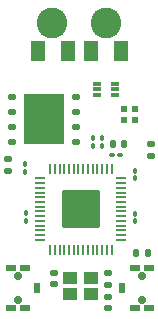
<source format=gts>
G04 #@! TF.GenerationSoftware,KiCad,Pcbnew,(6.0.5-0)*
G04 #@! TF.CreationDate,2022-09-21T23:51:35-04:00*
G04 #@! TF.ProjectId,pico_ducky_pcb,7069636f-5f64-4756-936b-795f7063622e,rev?*
G04 #@! TF.SameCoordinates,Original*
G04 #@! TF.FileFunction,Soldermask,Top*
G04 #@! TF.FilePolarity,Negative*
%FSLAX46Y46*%
G04 Gerber Fmt 4.6, Leading zero omitted, Abs format (unit mm)*
G04 Created by KiCad (PCBNEW (6.0.5-0)) date 2022-09-21 23:51:35*
%MOMM*%
%LPD*%
G01*
G04 APERTURE LIST*
G04 Aperture macros list*
%AMRoundRect*
0 Rectangle with rounded corners*
0 $1 Rounding radius*
0 $2 $3 $4 $5 $6 $7 $8 $9 X,Y pos of 4 corners*
0 Add a 4 corners polygon primitive as box body*
4,1,4,$2,$3,$4,$5,$6,$7,$8,$9,$2,$3,0*
0 Add four circle primitives for the rounded corners*
1,1,$1+$1,$2,$3*
1,1,$1+$1,$4,$5*
1,1,$1+$1,$6,$7*
1,1,$1+$1,$8,$9*
0 Add four rect primitives between the rounded corners*
20,1,$1+$1,$2,$3,$4,$5,0*
20,1,$1+$1,$4,$5,$6,$7,0*
20,1,$1+$1,$6,$7,$8,$9,0*
20,1,$1+$1,$8,$9,$2,$3,0*%
G04 Aperture macros list end*
%ADD10RoundRect,0.100000X-0.100000X0.130000X-0.100000X-0.130000X0.100000X-0.130000X0.100000X0.130000X0*%
%ADD11C,0.711200*%
%ADD12R,0.812800X0.508000*%
%ADD13R,0.508000X0.889000*%
%ADD14R,0.500000X0.500000*%
%ADD15RoundRect,0.125000X-0.250000X-0.125000X0.250000X-0.125000X0.250000X0.125000X-0.250000X0.125000X0*%
%ADD16R,3.400000X4.300000*%
%ADD17RoundRect,0.100000X0.100000X-0.130000X0.100000X0.130000X-0.100000X0.130000X-0.100000X-0.130000X0*%
%ADD18RoundRect,0.100000X0.130000X0.100000X-0.130000X0.100000X-0.130000X-0.100000X0.130000X-0.100000X0*%
%ADD19R,1.150000X1.000000*%
%ADD20R,0.700000X0.340000*%
%ADD21RoundRect,0.140000X0.170000X-0.140000X0.170000X0.140000X-0.170000X0.140000X-0.170000X-0.140000X0*%
%ADD22RoundRect,0.050000X-0.387500X-0.050000X0.387500X-0.050000X0.387500X0.050000X-0.387500X0.050000X0*%
%ADD23RoundRect,0.050000X-0.050000X-0.387500X0.050000X-0.387500X0.050000X0.387500X-0.050000X0.387500X0*%
%ADD24RoundRect,0.144000X-1.456000X-1.456000X1.456000X-1.456000X1.456000X1.456000X-1.456000X1.456000X0*%
%ADD25RoundRect,0.135000X0.135000X0.185000X-0.135000X0.185000X-0.135000X-0.185000X0.135000X-0.185000X0*%
%ADD26RoundRect,0.135000X0.185000X-0.135000X0.185000X0.135000X-0.185000X0.135000X-0.185000X-0.135000X0*%
%ADD27RoundRect,0.140000X-0.170000X0.140000X-0.170000X-0.140000X0.170000X-0.140000X0.170000X0.140000X0*%
%ADD28RoundRect,0.135000X-0.185000X0.135000X-0.185000X-0.135000X0.185000X-0.135000X0.185000X0.135000X0*%
%ADD29RoundRect,0.140000X0.140000X0.170000X-0.140000X0.170000X-0.140000X-0.170000X0.140000X-0.170000X0*%
%ADD30R,1.300000X1.700000*%
%ADD31C,2.600000*%
G04 APERTURE END LIST*
D10*
X91700000Y-54750000D03*
X91700000Y-55390000D03*
D11*
X81750000Y-63699999D03*
X81750000Y-65700001D03*
D12*
X81150001Y-62999998D03*
D13*
X83399999Y-64700000D03*
D12*
X81150001Y-66400002D03*
X82349999Y-66400002D03*
X82349999Y-62999998D03*
D14*
X90800000Y-50420000D03*
X91700000Y-50420000D03*
X91700000Y-49520000D03*
X90800000Y-49520000D03*
D15*
X81300000Y-48495000D03*
X81300000Y-49765000D03*
X81300000Y-51035000D03*
X81300000Y-52305000D03*
X86700000Y-52305000D03*
X86700000Y-51035000D03*
X86700000Y-49765000D03*
X86700000Y-48495000D03*
D16*
X84000000Y-50400000D03*
D17*
X88900000Y-52620000D03*
X88900000Y-51980000D03*
D18*
X90420000Y-53400000D03*
X89780000Y-53400000D03*
D19*
X86225000Y-65200000D03*
X87975000Y-65200000D03*
X87975000Y-63800000D03*
X86225000Y-63800000D03*
D20*
X88500000Y-47370000D03*
X88500000Y-47870000D03*
X88500000Y-48370000D03*
X90000000Y-48370000D03*
X90000000Y-47870000D03*
X90000000Y-47370000D03*
D10*
X82400000Y-54180000D03*
X82400000Y-54820000D03*
X82495000Y-58365000D03*
X82495000Y-59005000D03*
D21*
X89400000Y-66380000D03*
X89400000Y-65420000D03*
D22*
X83662500Y-55400000D03*
X83662500Y-55800000D03*
X83662500Y-56200000D03*
X83662500Y-56600000D03*
X83662500Y-57000000D03*
X83662500Y-57400000D03*
X83662500Y-57800000D03*
X83662500Y-58200000D03*
X83662500Y-58600000D03*
X83662500Y-59000000D03*
X83662500Y-59400000D03*
X83662500Y-59800000D03*
X83662500Y-60200000D03*
X83662500Y-60600000D03*
D23*
X84500000Y-61437500D03*
X84900000Y-61437500D03*
X85300000Y-61437500D03*
X85700000Y-61437500D03*
X86100000Y-61437500D03*
X86500000Y-61437500D03*
X86900000Y-61437500D03*
X87300000Y-61437500D03*
X87700000Y-61437500D03*
X88100000Y-61437500D03*
X88500000Y-61437500D03*
X88900000Y-61437500D03*
X89300000Y-61437500D03*
X89700000Y-61437500D03*
D22*
X90537500Y-60600000D03*
X90537500Y-60200000D03*
X90537500Y-59800000D03*
X90537500Y-59400000D03*
X90537500Y-59000000D03*
X90537500Y-58600000D03*
X90537500Y-58200000D03*
X90537500Y-57800000D03*
X90537500Y-57400000D03*
X90537500Y-57000000D03*
X90537500Y-56600000D03*
X90537500Y-56200000D03*
X90537500Y-55800000D03*
X90537500Y-55400000D03*
D23*
X89700000Y-54562500D03*
X89300000Y-54562500D03*
X88900000Y-54562500D03*
X88500000Y-54562500D03*
X88100000Y-54562500D03*
X87700000Y-54562500D03*
X87300000Y-54562500D03*
X86900000Y-54562500D03*
X86500000Y-54562500D03*
X86100000Y-54562500D03*
X85700000Y-54562500D03*
X85300000Y-54562500D03*
X84900000Y-54562500D03*
X84500000Y-54562500D03*
D24*
X87100000Y-58000000D03*
D11*
X92250000Y-63699999D03*
X92250000Y-65700001D03*
D12*
X92849999Y-66400002D03*
X91650001Y-62999998D03*
X92849999Y-62999998D03*
D13*
X90600001Y-64700000D03*
D12*
X91650001Y-66400002D03*
D25*
X92760000Y-61700000D03*
X91740000Y-61700000D03*
D26*
X89400000Y-64410000D03*
X89400000Y-63390000D03*
D10*
X91700000Y-58380000D03*
X91700000Y-59020000D03*
D27*
X84800000Y-63420000D03*
X84800000Y-64380000D03*
D17*
X88100000Y-52620000D03*
X88100000Y-51980000D03*
D28*
X93050000Y-52460000D03*
X93050000Y-53480000D03*
D29*
X90780000Y-52500000D03*
X89820000Y-52500000D03*
D28*
X80900000Y-53790000D03*
X80900000Y-54810000D03*
D30*
X83500000Y-44595000D03*
X86000000Y-44595000D03*
X88000000Y-44595000D03*
X90500000Y-44595000D03*
D31*
X89250000Y-42245000D03*
X84650000Y-42245000D03*
M02*

</source>
